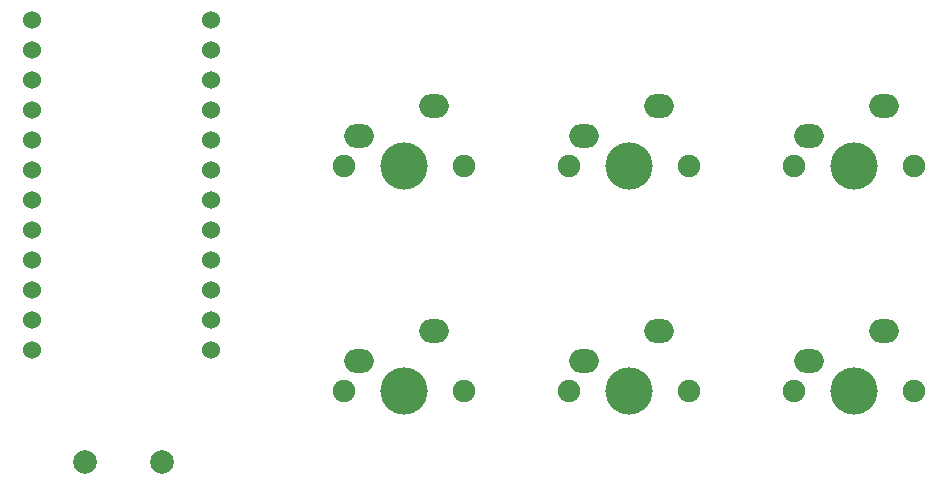
<source format=gbr>
G04 #@! TF.GenerationSoftware,KiCad,Pcbnew,(5.1.10)-1*
G04 #@! TF.CreationDate,2021-05-16T22:15:22-07:00*
G04 #@! TF.ProjectId,mkbd-guide,6d6b6264-2d67-4756-9964-652e6b696361,rev?*
G04 #@! TF.SameCoordinates,Original*
G04 #@! TF.FileFunction,Soldermask,Bot*
G04 #@! TF.FilePolarity,Negative*
%FSLAX46Y46*%
G04 Gerber Fmt 4.6, Leading zero omitted, Abs format (unit mm)*
G04 Created by KiCad (PCBNEW (5.1.10)-1) date 2021-05-16 22:15:22*
%MOMM*%
%LPD*%
G01*
G04 APERTURE LIST*
%ADD10C,4.000000*%
%ADD11C,1.900000*%
%ADD12O,2.500000X2.000000*%
%ADD13C,1.524000*%
%ADD14C,2.000000*%
G04 APERTURE END LIST*
D10*
X183356250Y-92868750D03*
D11*
X178276250Y-92868750D03*
X188436250Y-92868750D03*
D12*
X185896250Y-87788750D03*
X179546250Y-90328750D03*
X160496250Y-90328750D03*
X166846250Y-87788750D03*
D11*
X169386250Y-92868750D03*
X159226250Y-92868750D03*
D10*
X164306250Y-92868750D03*
X164306250Y-111918750D03*
D11*
X159226250Y-111918750D03*
X169386250Y-111918750D03*
D12*
X166846250Y-106838750D03*
X160496250Y-109378750D03*
X179546250Y-109378750D03*
X185896250Y-106838750D03*
D11*
X188436250Y-111918750D03*
X178276250Y-111918750D03*
D10*
X183356250Y-111918750D03*
D12*
X198596250Y-90328750D03*
X204946250Y-87788750D03*
D11*
X207486250Y-92868750D03*
X197326250Y-92868750D03*
D10*
X202406250Y-92868750D03*
X202406250Y-111918750D03*
D11*
X197326250Y-111918750D03*
X207486250Y-111918750D03*
D12*
X204946250Y-106838750D03*
X198596250Y-109378750D03*
D13*
X148017650Y-80540750D03*
X148017650Y-83080750D03*
X148017650Y-85620750D03*
X148017650Y-88160750D03*
X148017650Y-90700750D03*
X148017650Y-93240750D03*
X148017650Y-95780750D03*
X148017650Y-98320750D03*
X148017650Y-100860750D03*
X148017650Y-103400750D03*
X148017650Y-105940750D03*
X148017650Y-108480750D03*
X132797650Y-108480750D03*
X132797650Y-105940750D03*
X132797650Y-103400750D03*
X132797650Y-100860750D03*
X132797650Y-98320750D03*
X132797650Y-95780750D03*
X132797650Y-93240750D03*
X132797650Y-90700750D03*
X132797650Y-88160750D03*
X132797650Y-85620750D03*
X132797650Y-83080750D03*
X132797650Y-80540750D03*
D14*
X143856250Y-117918750D03*
X137356250Y-117918750D03*
M02*

</source>
